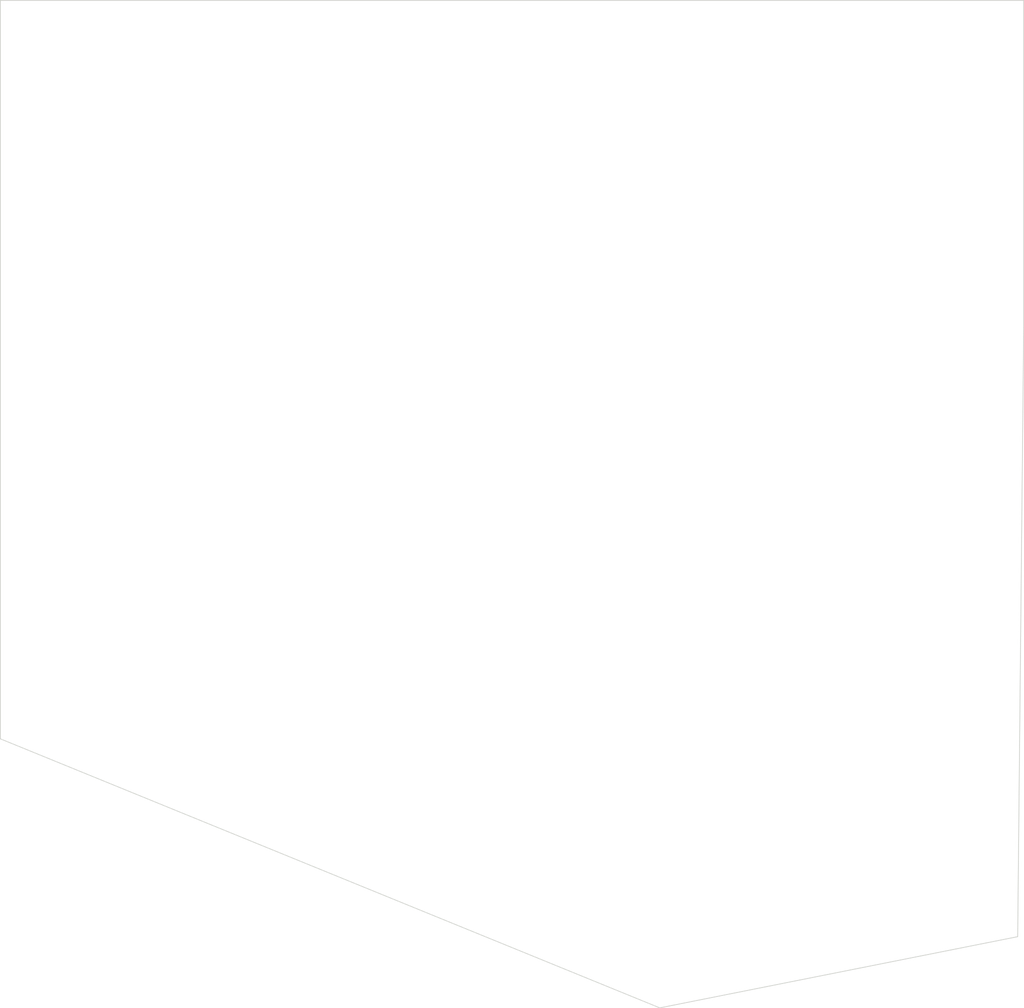
<source format=kicad_pcb>


(kicad_pcb (version 20171130) (host pcbnew 5.1.6)

  (page A3)
  (title_block
    (title "right")
    (rev "v1.0.0")
    (company "Unknown")
  )

  (general
    (thickness 1.6)
  )

  (layers
    (0 F.Cu signal)
    (31 B.Cu signal)
    (32 B.Adhes user)
    (33 F.Adhes user)
    (34 B.Paste user)
    (35 F.Paste user)
    (36 B.SilkS user)
    (37 F.SilkS user)
    (38 B.Mask user)
    (39 F.Mask user)
    (40 Dwgs.User user)
    (41 Cmts.User user)
    (42 Eco1.User user)
    (43 Eco2.User user)
    (44 Edge.Cuts user)
    (45 Margin user)
    (46 B.CrtYd user)
    (47 F.CrtYd user)
    (48 B.Fab user)
    (49 F.Fab user)
  )

  (setup
    (last_trace_width 0.25)
    (trace_clearance 0.2)
    (zone_clearance 0.508)
    (zone_45_only no)
    (trace_min 0.2)
    (via_size 0.8)
    (via_drill 0.4)
    (via_min_size 0.4)
    (via_min_drill 0.3)
    (uvia_size 0.3)
    (uvia_drill 0.1)
    (uvias_allowed no)
    (uvia_min_size 0.2)
    (uvia_min_drill 0.1)
    (edge_width 0.05)
    (segment_width 0.2)
    (pcb_text_width 0.3)
    (pcb_text_size 1.5 1.5)
    (mod_edge_width 0.12)
    (mod_text_size 1 1)
    (mod_text_width 0.15)
    (pad_size 1.524 1.524)
    (pad_drill 0.762)
    (pad_to_mask_clearance 0.05)
    (aux_axis_origin 0 0)
    (visible_elements FFFFFF7F)
    (pcbplotparams
      (layerselection 0x010fc_ffffffff)
      (usegerberextensions false)
      (usegerberattributes true)
      (usegerberadvancedattributes true)
      (creategerberjobfile true)
      (excludeedgelayer true)
      (linewidth 0.100000)
      (plotframeref false)
      (viasonmask false)
      (mode 1)
      (useauxorigin false)
      (hpglpennumber 1)
      (hpglpenspeed 20)
      (hpglpendiameter 15.000000)
      (psnegative false)
      (psa4output false)
      (plotreference true)
      (plotvalue true)
      (plotinvisibletext false)
      (padsonsilk false)
      (subtractmaskfromsilk false)
      (outputformat 1)
      (mirror false)
      (drillshape 1)
      (scaleselection 1)
      (outputdirectory ""))
  )

  (net 0 "")

  (net_class Default "This is the default net class."
    (clearance 0.2)
    (trace_width 0.25)
    (via_dia 0.8)
    (via_drill 0.4)
    (uvia_dia 0.3)
    (uvia_drill 0.1)
    (add_net "")
  )

  
  (gr_line (start -49 40) (end -49 -100) (angle 90) (layer Edge.Cuts) (width 0.15))
(gr_line (start -49 -100) (end 145 -100) (angle 90) (layer Edge.Cuts) (width 0.15))
(gr_line (start 145 -100) (end 145 -38) (angle 90) (layer Edge.Cuts) (width 0.15))
(gr_line (start 145 -38) (end 143.8608706 77.5) (angle 90) (layer Edge.Cuts) (width 0.15))
(gr_line (start 143.8608706 77.5) (end 76 91) (angle 90) (layer Edge.Cuts) (width 0.15))
(gr_line (start 76 91) (end -49 40) (angle 90) (layer Edge.Cuts) (width 0.15))

)


</source>
